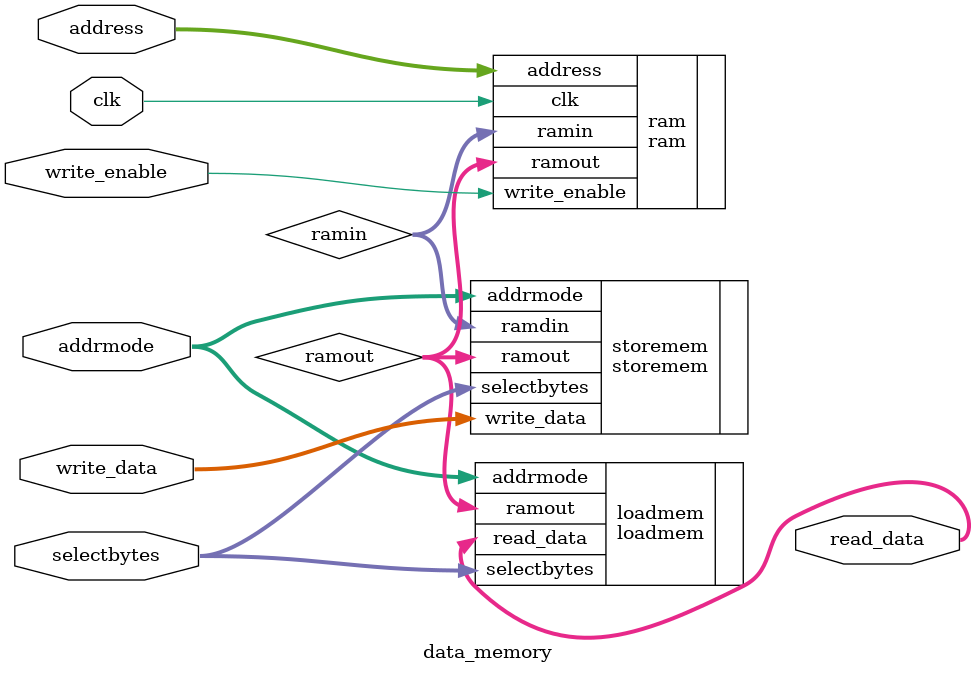
<source format=sv>
module data_memory #(
  parameter ADDRESS_WIDTH = 32,
            DATA_WIDTH = 32
)(  
    input  logic                     clk,   
    input  logic                     write_enable,   
    input  logic [              2:0] addrmode,
    input  logic [              1:0] selectbytes,
    input  logic [   DATA_WIDTH-1:0] write_data,   //write data from register
    input  logic [ADDRESS_WIDTH-1:0] address,
    output logic [ADDRESS_WIDTH-1:0] read_data
);

logic [DATA_WIDTH-1:0]ramout;
logic [DATA_WIDTH-1:0]ramin;

storemem storemem(
  .addrmode(addrmode),
  .selectbytes(selectbytes),
  .ramout(ramout),
  .write_data(write_data),
  .ramdin(ramin)
);

ram ram(
  .clk(clk),
  .write_enable(write_enable),
  .address(address),
  .ramin(ramin),
  .ramout(ramout)
);

loadmem loadmem(
  .addrmode(addrmode),
  .selectbytes(selectbytes),
  .ramout(ramout),
  .read_data(read_data)
);

endmodule

</source>
